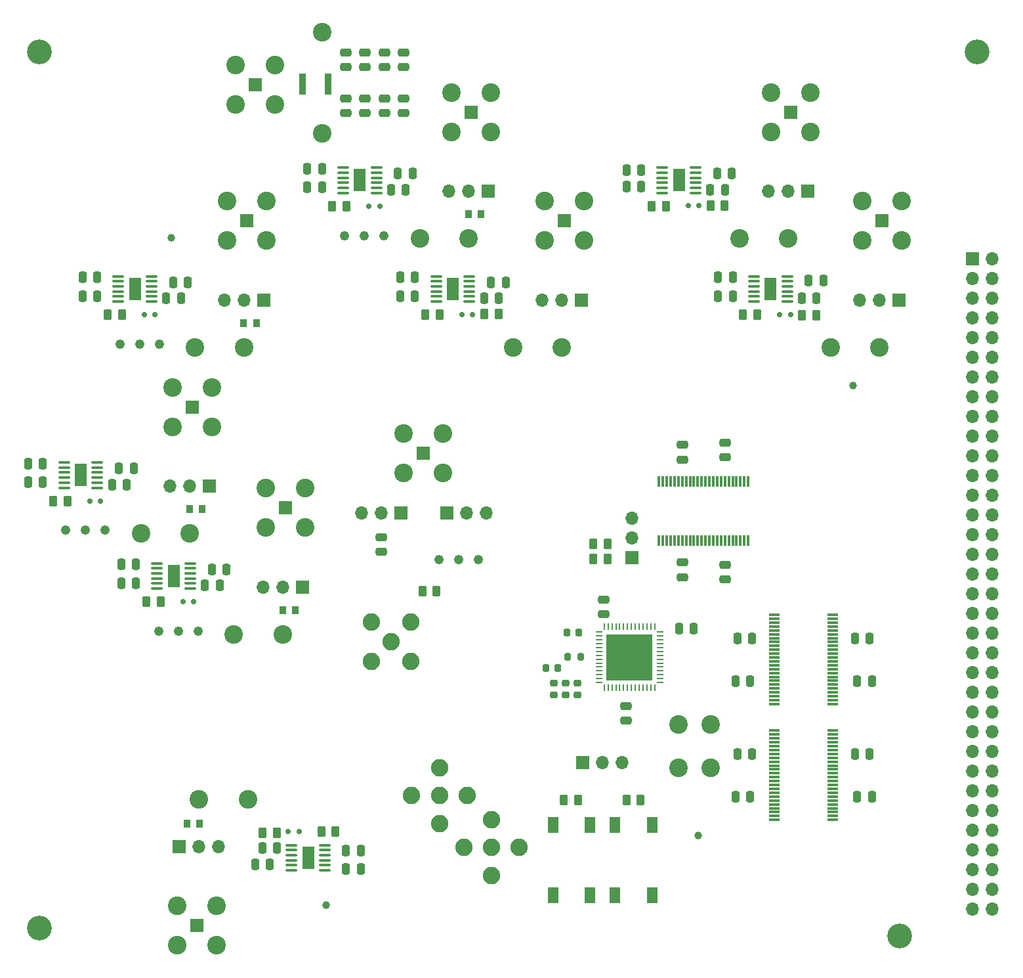
<source format=gbr>
%TF.GenerationSoftware,KiCad,Pcbnew,7.0.1-0*%
%TF.CreationDate,2023-04-17T18:56:11+01:00*%
%TF.ProjectId,cyborg65r2_pcb,6379626f-7267-4363-9572-325f7063622e,rev?*%
%TF.SameCoordinates,Original*%
%TF.FileFunction,Soldermask,Top*%
%TF.FilePolarity,Negative*%
%FSLAX46Y46*%
G04 Gerber Fmt 4.6, Leading zero omitted, Abs format (unit mm)*
G04 Created by KiCad (PCBNEW 7.0.1-0) date 2023-04-17 18:56:11*
%MOMM*%
%LPD*%
G01*
G04 APERTURE LIST*
G04 Aperture macros list*
%AMRoundRect*
0 Rectangle with rounded corners*
0 $1 Rounding radius*
0 $2 $3 $4 $5 $6 $7 $8 $9 X,Y pos of 4 corners*
0 Add a 4 corners polygon primitive as box body*
4,1,4,$2,$3,$4,$5,$6,$7,$8,$9,$2,$3,0*
0 Add four circle primitives for the rounded corners*
1,1,$1+$1,$2,$3*
1,1,$1+$1,$4,$5*
1,1,$1+$1,$6,$7*
1,1,$1+$1,$8,$9*
0 Add four rect primitives between the rounded corners*
20,1,$1+$1,$2,$3,$4,$5,0*
20,1,$1+$1,$4,$5,$6,$7,0*
20,1,$1+$1,$6,$7,$8,$9,0*
20,1,$1+$1,$8,$9,$2,$3,0*%
G04 Aperture macros list end*
%ADD10R,1.785000X1.785000*%
%ADD11C,2.400000*%
%ADD12R,0.890000X1.020000*%
%ADD13RoundRect,0.250000X0.250000X0.475000X-0.250000X0.475000X-0.250000X-0.475000X0.250000X-0.475000X0*%
%ADD14RoundRect,0.250000X-0.250000X-0.475000X0.250000X-0.475000X0.250000X0.475000X-0.250000X0.475000X0*%
%ADD15RoundRect,0.250000X-0.475000X0.250000X-0.475000X-0.250000X0.475000X-0.250000X0.475000X0.250000X0*%
%ADD16RoundRect,0.100000X0.625000X0.100000X-0.625000X0.100000X-0.625000X-0.100000X0.625000X-0.100000X0*%
%ADD17R,1.650000X2.850000*%
%ADD18RoundRect,0.250000X-0.262500X-0.450000X0.262500X-0.450000X0.262500X0.450000X-0.262500X0.450000X0*%
%ADD19C,1.240000*%
%ADD20R,1.700000X1.700000*%
%ADD21O,1.700000X1.700000*%
%ADD22RoundRect,0.100000X-0.625000X-0.100000X0.625000X-0.100000X0.625000X0.100000X-0.625000X0.100000X0*%
%ADD23RoundRect,0.225000X0.225000X0.250000X-0.225000X0.250000X-0.225000X-0.250000X0.225000X-0.250000X0*%
%ADD24RoundRect,0.250000X0.262500X0.450000X-0.262500X0.450000X-0.262500X-0.450000X0.262500X-0.450000X0*%
%ADD25R,1.475000X0.300000*%
%ADD26C,3.200000*%
%ADD27RoundRect,0.225000X-0.250000X0.225000X-0.250000X-0.225000X0.250000X-0.225000X0.250000X0.225000X0*%
%ADD28RoundRect,0.250000X0.475000X-0.250000X0.475000X0.250000X-0.475000X0.250000X-0.475000X-0.250000X0*%
%ADD29C,2.250000*%
%ADD30RoundRect,0.150000X-0.150000X-0.200000X0.150000X-0.200000X0.150000X0.200000X-0.150000X0.200000X0*%
%ADD31C,1.000000*%
%ADD32RoundRect,0.062500X-0.375000X-0.062500X0.375000X-0.062500X0.375000X0.062500X-0.375000X0.062500X0*%
%ADD33RoundRect,0.062500X-0.062500X-0.375000X0.062500X-0.375000X0.062500X0.375000X-0.062500X0.375000X0*%
%ADD34R,5.900000X5.900000*%
%ADD35R,1.400000X2.100000*%
%ADD36R,0.880000X2.810000*%
%ADD37R,0.300000X1.475000*%
%ADD38RoundRect,0.150000X0.150000X0.200000X-0.150000X0.200000X-0.150000X-0.200000X0.150000X-0.200000X0*%
%ADD39RoundRect,0.200000X0.200000X0.275000X-0.200000X0.275000X-0.200000X-0.275000X0.200000X-0.275000X0*%
G04 APERTURE END LIST*
D10*
%TO.C,J19*%
X130700000Y-58800000D03*
D11*
X128160000Y-61340000D03*
X133240000Y-61340000D03*
X133240000Y-56260000D03*
X128160000Y-56260000D03*
%TD*%
D12*
%TO.C,L5*%
X160984000Y-57970000D03*
X159356000Y-57970000D03*
%TD*%
D10*
%TO.C,J26*%
X123700000Y-82800000D03*
D11*
X121160000Y-85340000D03*
X126240000Y-85340000D03*
X126240000Y-80260000D03*
X121160000Y-80260000D03*
%TD*%
D13*
%TO.C,C51*%
X195950000Y-127540000D03*
X194050000Y-127540000D03*
%TD*%
D11*
%TO.C,J42*%
X186480000Y-123680000D03*
%TD*%
D14*
%TO.C,C35*%
X126250000Y-103700000D03*
X128150000Y-103700000D03*
%TD*%
D15*
%TO.C,C7*%
X179640000Y-121320000D03*
X179640000Y-123220000D03*
%TD*%
D16*
%TO.C,U5*%
X140815000Y-142510000D03*
X140815000Y-141860000D03*
X140815000Y-141210000D03*
X140815000Y-140560000D03*
X140815000Y-139910000D03*
X140815000Y-139260000D03*
X136515000Y-139260000D03*
X136515000Y-139910000D03*
X136515000Y-140560000D03*
X136515000Y-141210000D03*
X136515000Y-141860000D03*
X136515000Y-142510000D03*
D17*
X138665000Y-140885000D03*
%TD*%
D18*
%TO.C,R10*%
X117787500Y-107900000D03*
X119612500Y-107900000D03*
%TD*%
D11*
%TO.C,J9*%
X171400000Y-75100000D03*
%TD*%
%TO.C,J21*%
X135400000Y-112100000D03*
%TD*%
D14*
%TO.C,C20*%
X162250000Y-66700000D03*
X164150000Y-66700000D03*
%TD*%
D19*
%TO.C,VR2*%
X119370000Y-111700000D03*
X121910000Y-111700000D03*
X124450000Y-111700000D03*
%TD*%
D18*
%TO.C,R4*%
X190587500Y-56800000D03*
X192412500Y-56800000D03*
%TD*%
D15*
%TO.C,C48*%
X151000000Y-43000000D03*
X151000000Y-44900000D03*
%TD*%
D20*
%TO.C,J38*%
X150625000Y-96500000D03*
D21*
X148085000Y-96500000D03*
X145545000Y-96500000D03*
%TD*%
D22*
%TO.C,U9*%
X143175000Y-51950000D03*
X143175000Y-52600000D03*
X143175000Y-53250000D03*
X143175000Y-53900000D03*
X143175000Y-54550000D03*
X143175000Y-55200000D03*
X147475000Y-55200000D03*
X147475000Y-54550000D03*
X147475000Y-53900000D03*
X147475000Y-53250000D03*
X147475000Y-52600000D03*
X147475000Y-51950000D03*
D17*
X145325000Y-53575000D03*
%TD*%
D23*
%TO.C,C4*%
X170885000Y-116460000D03*
X169335000Y-116460000D03*
%TD*%
D24*
%TO.C,R17*%
X173472500Y-133470000D03*
X171647500Y-133470000D03*
%TD*%
D13*
%TO.C,C24*%
X133740000Y-141760000D03*
X131840000Y-141760000D03*
%TD*%
D20*
%TO.C,J41*%
X180460000Y-102245000D03*
D21*
X180460000Y-99705000D03*
X180460000Y-97165000D03*
%TD*%
D25*
%TO.C,U12*%
X198799000Y-124520000D03*
X198799000Y-125020000D03*
X198799000Y-125520000D03*
X198799000Y-126020000D03*
X198799000Y-126520000D03*
X198799000Y-127020000D03*
X198799000Y-127520000D03*
X198799000Y-128020000D03*
X198799000Y-128520000D03*
X198799000Y-129020000D03*
X198799000Y-129520000D03*
X198799000Y-130020000D03*
X198799000Y-130520000D03*
X198799000Y-131020000D03*
X198799000Y-131520000D03*
X198799000Y-132020000D03*
X198799000Y-132520000D03*
X198799000Y-133020000D03*
X198799000Y-133520000D03*
X198799000Y-134020000D03*
X198799000Y-134520000D03*
X198799000Y-135020000D03*
X198799000Y-135520000D03*
X198799000Y-136020000D03*
X206375000Y-136020000D03*
X206375000Y-135520000D03*
X206375000Y-135020000D03*
X206375000Y-134520000D03*
X206375000Y-134020000D03*
X206375000Y-133520000D03*
X206375000Y-133020000D03*
X206375000Y-132520000D03*
X206375000Y-132020000D03*
X206375000Y-131520000D03*
X206375000Y-131020000D03*
X206375000Y-130520000D03*
X206375000Y-130020000D03*
X206375000Y-129520000D03*
X206375000Y-129020000D03*
X206375000Y-128520000D03*
X206375000Y-128020000D03*
X206375000Y-127520000D03*
X206375000Y-127020000D03*
X206375000Y-126520000D03*
X206375000Y-126020000D03*
X206375000Y-125520000D03*
X206375000Y-125020000D03*
X206375000Y-124520000D03*
%TD*%
D26*
%TO.C,H1*%
X104000000Y-37000000D03*
%TD*%
D27*
%TO.C,C3*%
X173380000Y-118390000D03*
X173380000Y-119940000D03*
%TD*%
D13*
%TO.C,C53*%
X195680000Y-118110000D03*
X193780000Y-118110000D03*
%TD*%
D11*
%TO.C,J1*%
X212400000Y-75100000D03*
%TD*%
D25*
%TO.C,U11*%
X198805000Y-109590000D03*
X198805000Y-110090000D03*
X198805000Y-110590000D03*
X198805000Y-111090000D03*
X198805000Y-111590000D03*
X198805000Y-112090000D03*
X198805000Y-112590000D03*
X198805000Y-113090000D03*
X198805000Y-113590000D03*
X198805000Y-114090000D03*
X198805000Y-114590000D03*
X198805000Y-115090000D03*
X198805000Y-115590000D03*
X198805000Y-116090000D03*
X198805000Y-116590000D03*
X198805000Y-117090000D03*
X198805000Y-117590000D03*
X198805000Y-118090000D03*
X198805000Y-118590000D03*
X198805000Y-119090000D03*
X198805000Y-119590000D03*
X198805000Y-120090000D03*
X198805000Y-120590000D03*
X198805000Y-121090000D03*
X206381000Y-121090000D03*
X206381000Y-120590000D03*
X206381000Y-120090000D03*
X206381000Y-119590000D03*
X206381000Y-119090000D03*
X206381000Y-118590000D03*
X206381000Y-118090000D03*
X206381000Y-117590000D03*
X206381000Y-117090000D03*
X206381000Y-116590000D03*
X206381000Y-116090000D03*
X206381000Y-115590000D03*
X206381000Y-115090000D03*
X206381000Y-114590000D03*
X206381000Y-114090000D03*
X206381000Y-113590000D03*
X206381000Y-113090000D03*
X206381000Y-112590000D03*
X206381000Y-112090000D03*
X206381000Y-111590000D03*
X206381000Y-111090000D03*
X206381000Y-110590000D03*
X206381000Y-110090000D03*
X206381000Y-109590000D03*
%TD*%
D14*
%TO.C,C21*%
X143540000Y-142360000D03*
X145440000Y-142360000D03*
%TD*%
D12*
%TO.C,L4*%
X124984000Y-95970000D03*
X123356000Y-95970000D03*
%TD*%
D13*
%TO.C,C29*%
X116450000Y-103100000D03*
X114550000Y-103100000D03*
%TD*%
D11*
%TO.C,J29*%
X159400000Y-61100000D03*
%TD*%
D20*
%TO.C,J36*%
X156575000Y-96500000D03*
D21*
X159115000Y-96500000D03*
X161655000Y-96500000D03*
%TD*%
D28*
%TO.C,C45*%
X148500000Y-39000000D03*
X148500000Y-37100000D03*
%TD*%
D15*
%TO.C,C42*%
X143500000Y-43000000D03*
X143500000Y-44900000D03*
%TD*%
D29*
%TO.C,J47*%
X149360000Y-113060000D03*
X151900000Y-115600000D03*
X151900000Y-110520000D03*
X146820000Y-110520000D03*
X146820000Y-115600000D03*
%TD*%
D10*
%TO.C,J15*%
X124290000Y-149660000D03*
D11*
X126830000Y-147120000D03*
X121750000Y-147120000D03*
X121750000Y-152200000D03*
X126830000Y-152200000D03*
%TD*%
D13*
%TO.C,C30*%
X104450000Y-90100000D03*
X102550000Y-90100000D03*
%TD*%
D30*
%TO.C,D1*%
X200900000Y-70900000D03*
X199500000Y-70900000D03*
%TD*%
D13*
%TO.C,C25*%
X111450000Y-66100000D03*
X109550000Y-66100000D03*
%TD*%
D11*
%TO.C,J17*%
X130400000Y-75100000D03*
%TD*%
D13*
%TO.C,C13*%
X181650000Y-52240000D03*
X179750000Y-52240000D03*
%TD*%
D22*
%TO.C,U3*%
X184370000Y-51950000D03*
X184370000Y-52600000D03*
X184370000Y-53250000D03*
X184370000Y-53900000D03*
X184370000Y-54550000D03*
X184370000Y-55200000D03*
X188670000Y-55200000D03*
X188670000Y-54550000D03*
X188670000Y-53900000D03*
X188670000Y-53250000D03*
X188670000Y-52600000D03*
X188670000Y-51950000D03*
D17*
X186520000Y-53575000D03*
%TD*%
D14*
%TO.C,C8*%
X186520000Y-111340000D03*
X188420000Y-111340000D03*
%TD*%
D18*
%TO.C,R5*%
X153787500Y-70900000D03*
X155612500Y-70900000D03*
%TD*%
D11*
%TO.C,J2*%
X206100000Y-75100000D03*
%TD*%
%TO.C,J23*%
X123400000Y-99100000D03*
%TD*%
D31*
%TO.C,FID1*%
X121000000Y-61000000D03*
%TD*%
D32*
%TO.C,U1*%
X176182500Y-111810000D03*
X176182500Y-112310000D03*
X176182500Y-112810000D03*
X176182500Y-113310000D03*
X176182500Y-113810000D03*
X176182500Y-114310000D03*
X176182500Y-114810000D03*
X176182500Y-115310000D03*
X176182500Y-115810000D03*
X176182500Y-116310000D03*
X176182500Y-116810000D03*
X176182500Y-117310000D03*
X176182500Y-117810000D03*
X176182500Y-118310000D03*
D33*
X176870000Y-118997500D03*
X177370000Y-118997500D03*
X177870000Y-118997500D03*
X178370000Y-118997500D03*
X178870000Y-118997500D03*
X179370000Y-118997500D03*
X179870000Y-118997500D03*
X180370000Y-118997500D03*
X180870000Y-118997500D03*
X181370000Y-118997500D03*
X181870000Y-118997500D03*
X182370000Y-118997500D03*
X182870000Y-118997500D03*
X183370000Y-118997500D03*
D32*
X184057500Y-118310000D03*
X184057500Y-117810000D03*
X184057500Y-117310000D03*
X184057500Y-116810000D03*
X184057500Y-116310000D03*
X184057500Y-115810000D03*
X184057500Y-115310000D03*
X184057500Y-114810000D03*
X184057500Y-114310000D03*
X184057500Y-113810000D03*
X184057500Y-113310000D03*
X184057500Y-112810000D03*
X184057500Y-112310000D03*
X184057500Y-111810000D03*
D33*
X183370000Y-111122500D03*
X182870000Y-111122500D03*
X182370000Y-111122500D03*
X181870000Y-111122500D03*
X181370000Y-111122500D03*
X180870000Y-111122500D03*
X180370000Y-111122500D03*
X179870000Y-111122500D03*
X179370000Y-111122500D03*
X178870000Y-111122500D03*
X178370000Y-111122500D03*
X177870000Y-111122500D03*
X177370000Y-111122500D03*
X176870000Y-111122500D03*
D34*
X180120000Y-115060000D03*
%TD*%
D30*
%TO.C,D3*%
X159900000Y-70900000D03*
X158500000Y-70900000D03*
%TD*%
D23*
%TO.C,C1*%
X173620000Y-111850000D03*
X172070000Y-111850000D03*
%TD*%
D22*
%TO.C,U8*%
X107175000Y-89950000D03*
X107175000Y-90600000D03*
X107175000Y-91250000D03*
X107175000Y-91900000D03*
X107175000Y-92550000D03*
X107175000Y-93200000D03*
X111475000Y-93200000D03*
X111475000Y-92550000D03*
X111475000Y-91900000D03*
X111475000Y-91250000D03*
X111475000Y-90600000D03*
X111475000Y-89950000D03*
D17*
X109325000Y-91575000D03*
%TD*%
D11*
%TO.C,J18*%
X124090000Y-75100000D03*
%TD*%
D20*
%TO.C,J20*%
X132930000Y-69000000D03*
D21*
X130390000Y-69000000D03*
X127850000Y-69000000D03*
%TD*%
D14*
%TO.C,C27*%
X120350000Y-68800000D03*
X122250000Y-68800000D03*
%TD*%
D18*
%TO.C,R18*%
X179747500Y-133470000D03*
X181572500Y-133470000D03*
%TD*%
D11*
%TO.C,J13*%
X124590000Y-133360000D03*
%TD*%
D24*
%TO.C,R7*%
X142202500Y-137560000D03*
X140377500Y-137560000D03*
%TD*%
D18*
%TO.C,R15*%
X175460000Y-102375000D03*
X177285000Y-102375000D03*
%TD*%
D15*
%TO.C,C52*%
X186960000Y-102840000D03*
X186960000Y-104740000D03*
%TD*%
D31*
%TO.C,FID2*%
X209000000Y-80000000D03*
%TD*%
D10*
%TO.C,J37*%
X153520000Y-88770000D03*
D11*
X150980000Y-91310000D03*
X156060000Y-91310000D03*
X156060000Y-86230000D03*
X150980000Y-86230000D03*
%TD*%
D35*
%TO.C,S2*%
X183060000Y-136670000D03*
X183060000Y-145770000D03*
X178260000Y-136670000D03*
X178260000Y-145770000D03*
%TD*%
D20*
%TO.C,J48*%
X174070000Y-128670000D03*
D21*
X176610000Y-128670000D03*
X179150000Y-128670000D03*
%TD*%
D15*
%TO.C,C41*%
X146000000Y-43000000D03*
X146000000Y-44900000D03*
%TD*%
D18*
%TO.C,R12*%
X141787500Y-56900000D03*
X143612500Y-56900000D03*
%TD*%
D22*
%TO.C,U4*%
X155175000Y-65950000D03*
X155175000Y-66600000D03*
X155175000Y-67250000D03*
X155175000Y-67900000D03*
X155175000Y-68550000D03*
X155175000Y-69200000D03*
X159475000Y-69200000D03*
X159475000Y-68550000D03*
X159475000Y-67900000D03*
X159475000Y-67250000D03*
X159475000Y-66600000D03*
X159475000Y-65950000D03*
D17*
X157325000Y-67575000D03*
%TD*%
D11*
%TO.C,J14*%
X130900000Y-133360000D03*
%TD*%
D13*
%TO.C,C31*%
X116450000Y-105500000D03*
X114550000Y-105500000D03*
%TD*%
D11*
%TO.C,J24*%
X117080000Y-99100000D03*
%TD*%
D13*
%TO.C,C38*%
X140450000Y-52100000D03*
X138550000Y-52100000D03*
%TD*%
D26*
%TO.C,H2*%
X225000000Y-37000000D03*
%TD*%
D31*
%TO.C,FID3*%
X141000000Y-147000000D03*
%TD*%
D36*
%TO.C,F1*%
X137945000Y-41140000D03*
X141215000Y-41140000D03*
%TD*%
D12*
%TO.C,L2*%
X131984000Y-71970000D03*
X130356000Y-71970000D03*
%TD*%
D14*
%TO.C,C59*%
X209500000Y-118110000D03*
X211400000Y-118110000D03*
%TD*%
D13*
%TO.C,C26*%
X111450000Y-68500000D03*
X109550000Y-68500000D03*
%TD*%
D10*
%TO.C,J11*%
X171700000Y-58800000D03*
D11*
X169160000Y-61340000D03*
X174240000Y-61340000D03*
X174240000Y-56260000D03*
X169160000Y-56260000D03*
%TD*%
D28*
%TO.C,C58*%
X186960000Y-89570000D03*
X186960000Y-87670000D03*
%TD*%
D20*
%TO.C,J16*%
X122060000Y-139460000D03*
D21*
X124600000Y-139460000D03*
X127140000Y-139460000D03*
%TD*%
D29*
%TO.C,J40*%
X162320000Y-139572102D03*
X165912102Y-139572102D03*
X162320000Y-135980000D03*
X158727898Y-139572102D03*
X162320000Y-143164204D03*
%TD*%
D20*
%TO.C,J27*%
X137930000Y-106000000D03*
D21*
X135390000Y-106000000D03*
X132850000Y-106000000D03*
%TD*%
D22*
%TO.C,U6*%
X114175000Y-65950000D03*
X114175000Y-66600000D03*
X114175000Y-67250000D03*
X114175000Y-67900000D03*
X114175000Y-68550000D03*
X114175000Y-69200000D03*
X118475000Y-69200000D03*
X118475000Y-68550000D03*
X118475000Y-67900000D03*
X118475000Y-67250000D03*
X118475000Y-66600000D03*
X118475000Y-65950000D03*
D17*
X116325000Y-67575000D03*
%TD*%
D11*
%TO.C,J43*%
X190630000Y-123690000D03*
%TD*%
D30*
%TO.C,D2*%
X189100000Y-56800000D03*
X187700000Y-56800000D03*
%TD*%
D10*
%TO.C,J7*%
X200900000Y-44800000D03*
D11*
X198360000Y-47340000D03*
X203440000Y-47340000D03*
X203440000Y-42260000D03*
X198360000Y-42260000D03*
%TD*%
D22*
%TO.C,U7*%
X119175000Y-102950000D03*
X119175000Y-103600000D03*
X119175000Y-104250000D03*
X119175000Y-104900000D03*
X119175000Y-105550000D03*
X119175000Y-106200000D03*
X123475000Y-106200000D03*
X123475000Y-105550000D03*
X123475000Y-104900000D03*
X123475000Y-104250000D03*
X123475000Y-103600000D03*
X123475000Y-102950000D03*
D17*
X121325000Y-104575000D03*
%TD*%
D18*
%TO.C,R9*%
X112787500Y-70900000D03*
X114612500Y-70900000D03*
%TD*%
D27*
%TO.C,C5*%
X171870000Y-118390000D03*
X171870000Y-119940000D03*
%TD*%
D19*
%TO.C,VR1*%
X114370000Y-74700000D03*
X116910000Y-74700000D03*
X119450000Y-74700000D03*
%TD*%
D14*
%TO.C,C39*%
X149350000Y-54800000D03*
X151250000Y-54800000D03*
%TD*%
D22*
%TO.C,U2*%
X196175000Y-65950000D03*
X196175000Y-66600000D03*
X196175000Y-67250000D03*
X196175000Y-67900000D03*
X196175000Y-68550000D03*
X196175000Y-69200000D03*
X200475000Y-69200000D03*
X200475000Y-68550000D03*
X200475000Y-67900000D03*
X200475000Y-67250000D03*
X200475000Y-66600000D03*
X200475000Y-65950000D03*
D17*
X198325000Y-67575000D03*
%TD*%
D15*
%TO.C,C49*%
X148100000Y-99550000D03*
X148100000Y-101450000D03*
%TD*%
D13*
%TO.C,C10*%
X193450000Y-68500000D03*
X191550000Y-68500000D03*
%TD*%
D37*
%TO.C,U10*%
X183940000Y-99985000D03*
X184440000Y-99985000D03*
X184940000Y-99985000D03*
X185440000Y-99985000D03*
X185940000Y-99985000D03*
X186440000Y-99985000D03*
X186940000Y-99985000D03*
X187440000Y-99985000D03*
X187940000Y-99985000D03*
X188440000Y-99985000D03*
X188940000Y-99985000D03*
X189440000Y-99985000D03*
X189940000Y-99985000D03*
X190440000Y-99985000D03*
X190940000Y-99985000D03*
X191440000Y-99985000D03*
X191940000Y-99985000D03*
X192440000Y-99985000D03*
X192940000Y-99985000D03*
X193440000Y-99985000D03*
X193940000Y-99985000D03*
X194440000Y-99985000D03*
X194940000Y-99985000D03*
X195440000Y-99985000D03*
X195440000Y-92409000D03*
X194940000Y-92409000D03*
X194440000Y-92409000D03*
X193940000Y-92409000D03*
X193440000Y-92409000D03*
X192940000Y-92409000D03*
X192440000Y-92409000D03*
X191940000Y-92409000D03*
X191440000Y-92409000D03*
X190940000Y-92409000D03*
X190440000Y-92409000D03*
X189940000Y-92409000D03*
X189440000Y-92409000D03*
X188940000Y-92409000D03*
X188440000Y-92409000D03*
X187940000Y-92409000D03*
X187440000Y-92409000D03*
X186940000Y-92409000D03*
X186440000Y-92409000D03*
X185940000Y-92409000D03*
X185440000Y-92409000D03*
X184940000Y-92409000D03*
X184440000Y-92409000D03*
X183940000Y-92409000D03*
%TD*%
D12*
%TO.C,L3*%
X136984000Y-108970000D03*
X135356000Y-108970000D03*
%TD*%
D11*
%TO.C,J34*%
X140500000Y-34500000D03*
%TD*%
D14*
%TO.C,C12*%
X203250000Y-66500000D03*
X205150000Y-66500000D03*
%TD*%
D20*
%TO.C,J4*%
X214940000Y-69000000D03*
D21*
X212400000Y-69000000D03*
X209860000Y-69000000D03*
%TD*%
D11*
%TO.C,J5*%
X200610000Y-61100000D03*
%TD*%
D28*
%TO.C,C43*%
X143500000Y-39000000D03*
X143500000Y-37100000D03*
%TD*%
D14*
%TO.C,C28*%
X121250000Y-66700000D03*
X123150000Y-66700000D03*
%TD*%
D18*
%TO.C,R3*%
X182987500Y-56900000D03*
X184812500Y-56900000D03*
%TD*%
D11*
%TO.C,J44*%
X186490000Y-129330000D03*
%TD*%
D18*
%TO.C,R2*%
X202387500Y-71000000D03*
X204212500Y-71000000D03*
%TD*%
D14*
%TO.C,C56*%
X209220000Y-112610000D03*
X211120000Y-112610000D03*
%TD*%
D13*
%TO.C,C54*%
X195680000Y-133040000D03*
X193780000Y-133040000D03*
%TD*%
D30*
%TO.C,D5*%
X118900000Y-70900000D03*
X117500000Y-70900000D03*
%TD*%
D20*
%TO.C,J28*%
X125930000Y-93000000D03*
D21*
X123390000Y-93000000D03*
X120850000Y-93000000D03*
%TD*%
D20*
%TO.C,J8*%
X203140000Y-55000000D03*
D21*
X200600000Y-55000000D03*
X198060000Y-55000000D03*
%TD*%
D18*
%TO.C,R6*%
X161387500Y-70800000D03*
X163212500Y-70800000D03*
%TD*%
D11*
%TO.C,J6*%
X194300000Y-61100000D03*
%TD*%
D19*
%TO.C,VR4*%
X143370000Y-60700000D03*
X145910000Y-60700000D03*
X148450000Y-60700000D03*
%TD*%
D13*
%TO.C,C14*%
X181650000Y-54410000D03*
X179750000Y-54410000D03*
%TD*%
D20*
%TO.C,J46*%
X224370000Y-63670000D03*
D21*
X226910000Y-63670000D03*
X224370000Y-66210000D03*
X226910000Y-66210000D03*
X224370000Y-68750000D03*
X226910000Y-68750000D03*
X224370000Y-71290000D03*
X226910000Y-71290000D03*
X224370000Y-73830000D03*
X226910000Y-73830000D03*
X224370000Y-76370000D03*
X226910000Y-76370000D03*
X224370000Y-78910000D03*
X226910000Y-78910000D03*
X224370000Y-81450000D03*
X226910000Y-81450000D03*
X224370000Y-83990000D03*
X226910000Y-83990000D03*
X224370000Y-86530000D03*
X226910000Y-86530000D03*
X224370000Y-89070000D03*
X226910000Y-89070000D03*
X224370000Y-91610000D03*
X226910000Y-91610000D03*
X224370000Y-94150000D03*
X226910000Y-94150000D03*
X224370000Y-96690000D03*
X226910000Y-96690000D03*
X224370000Y-99230000D03*
X226910000Y-99230000D03*
X224370000Y-101770000D03*
X226910000Y-101770000D03*
X224370000Y-104310000D03*
X226910000Y-104310000D03*
X224370000Y-106850000D03*
X226910000Y-106850000D03*
X224370000Y-109390000D03*
X226910000Y-109390000D03*
X224370000Y-111930000D03*
X226910000Y-111930000D03*
X224370000Y-114470000D03*
X226910000Y-114470000D03*
X224370000Y-117010000D03*
X226910000Y-117010000D03*
X224370000Y-119550000D03*
X226910000Y-119550000D03*
X224370000Y-122090000D03*
X226910000Y-122090000D03*
X224370000Y-124630000D03*
X226910000Y-124630000D03*
X224370000Y-127170000D03*
X226910000Y-127170000D03*
X224370000Y-129710000D03*
X226910000Y-129710000D03*
X224370000Y-132250000D03*
X226910000Y-132250000D03*
X224370000Y-134790000D03*
X226910000Y-134790000D03*
X224370000Y-137330000D03*
X226910000Y-137330000D03*
X224370000Y-139870000D03*
X226910000Y-139870000D03*
X224370000Y-142410000D03*
X226910000Y-142410000D03*
X224370000Y-144950000D03*
X226910000Y-144950000D03*
X224370000Y-147490000D03*
X226910000Y-147490000D03*
%TD*%
D12*
%TO.C,L1*%
X123006000Y-136490000D03*
X124634000Y-136490000D03*
%TD*%
D24*
%TO.C,R8*%
X134602500Y-137660000D03*
X132777500Y-137660000D03*
%TD*%
D18*
%TO.C,R1*%
X194787500Y-70900000D03*
X196612500Y-70900000D03*
%TD*%
D13*
%TO.C,C32*%
X104450000Y-92500000D03*
X102550000Y-92500000D03*
%TD*%
D31*
%TO.C,FID4*%
X189000000Y-138000000D03*
%TD*%
D13*
%TO.C,C50*%
X195950000Y-112610000D03*
X194050000Y-112610000D03*
%TD*%
%TO.C,C18*%
X152450000Y-68500000D03*
X150550000Y-68500000D03*
%TD*%
D14*
%TO.C,C60*%
X209490000Y-133040000D03*
X211390000Y-133040000D03*
%TD*%
D11*
%TO.C,J35*%
X140500000Y-47500000D03*
%TD*%
D24*
%TO.C,R13*%
X155225000Y-106500000D03*
X153400000Y-106500000D03*
%TD*%
D27*
%TO.C,C2*%
X170370000Y-118385000D03*
X170370000Y-119935000D03*
%TD*%
D14*
%TO.C,C33*%
X125350000Y-105800000D03*
X127250000Y-105800000D03*
%TD*%
D18*
%TO.C,R11*%
X105787500Y-94900000D03*
X107612500Y-94900000D03*
%TD*%
D28*
%TO.C,C6*%
X176810000Y-109530000D03*
X176810000Y-107630000D03*
%TD*%
D18*
%TO.C,R14*%
X175457500Y-100435000D03*
X177282500Y-100435000D03*
%TD*%
D14*
%TO.C,C22*%
X143540000Y-139960000D03*
X145440000Y-139960000D03*
%TD*%
%TO.C,C15*%
X190550000Y-54800000D03*
X192450000Y-54800000D03*
%TD*%
%TO.C,C36*%
X114250000Y-90700000D03*
X116150000Y-90700000D03*
%TD*%
D11*
%TO.C,J22*%
X129080000Y-112100000D03*
%TD*%
D13*
%TO.C,C23*%
X134640000Y-139660000D03*
X132740000Y-139660000D03*
%TD*%
D14*
%TO.C,C11*%
X202350000Y-68800000D03*
X204250000Y-68800000D03*
%TD*%
D10*
%TO.C,J3*%
X212700000Y-58800000D03*
D11*
X210160000Y-61340000D03*
X215240000Y-61340000D03*
X215240000Y-56260000D03*
X210160000Y-56260000D03*
%TD*%
D29*
%TO.C,J39*%
X155612102Y-132872102D03*
X159204204Y-132872102D03*
X155612102Y-129280000D03*
X152020000Y-132872102D03*
X155612102Y-136464204D03*
%TD*%
D38*
%TO.C,D4*%
X136090000Y-137560000D03*
X137490000Y-137560000D03*
%TD*%
D10*
%TO.C,J25*%
X135700000Y-95800000D03*
D11*
X133160000Y-98340000D03*
X138240000Y-98340000D03*
X138240000Y-93260000D03*
X133160000Y-93260000D03*
%TD*%
%TO.C,J10*%
X165100000Y-75100000D03*
%TD*%
D14*
%TO.C,C34*%
X113350000Y-92800000D03*
X115250000Y-92800000D03*
%TD*%
D13*
%TO.C,C17*%
X152450000Y-66100000D03*
X150550000Y-66100000D03*
%TD*%
D26*
%TO.C,H3*%
X104000000Y-150000000D03*
%TD*%
D15*
%TO.C,C55*%
X192460000Y-103110000D03*
X192460000Y-105010000D03*
%TD*%
D28*
%TO.C,C46*%
X151000000Y-39000000D03*
X151000000Y-37100000D03*
%TD*%
D13*
%TO.C,C37*%
X140450000Y-54500000D03*
X138550000Y-54500000D03*
%TD*%
D28*
%TO.C,C44*%
X146000000Y-39000000D03*
X146000000Y-37100000D03*
%TD*%
D15*
%TO.C,C47*%
X148500000Y-43000000D03*
X148500000Y-44900000D03*
%TD*%
D19*
%TO.C,VR3*%
X107370000Y-98700000D03*
X109910000Y-98700000D03*
X112450000Y-98700000D03*
%TD*%
D14*
%TO.C,C40*%
X150250000Y-52700000D03*
X152150000Y-52700000D03*
%TD*%
D20*
%TO.C,J12*%
X173935000Y-69000000D03*
D21*
X171395000Y-69000000D03*
X168855000Y-69000000D03*
%TD*%
D10*
%TO.C,J31*%
X159700000Y-44800000D03*
D11*
X157160000Y-47340000D03*
X162240000Y-47340000D03*
X162240000Y-42260000D03*
X157160000Y-42260000D03*
%TD*%
D26*
%TO.C,H4*%
X215000000Y-151000000D03*
%TD*%
D30*
%TO.C,D8*%
X147900000Y-56900000D03*
X146500000Y-56900000D03*
%TD*%
D14*
%TO.C,C57*%
X209220000Y-127540000D03*
X211120000Y-127540000D03*
%TD*%
D39*
%TO.C,R16*%
X173795000Y-114960000D03*
X172145000Y-114960000D03*
%TD*%
D14*
%TO.C,C19*%
X161350000Y-68800000D03*
X163250000Y-68800000D03*
%TD*%
D35*
%TO.C,S1*%
X170260000Y-145770000D03*
X170260000Y-136670000D03*
X175060000Y-145770000D03*
X175060000Y-136670000D03*
%TD*%
D19*
%TO.C,VR5*%
X155560000Y-102500000D03*
X158100000Y-102500000D03*
X160640000Y-102500000D03*
%TD*%
D14*
%TO.C,C16*%
X191450000Y-52700000D03*
X193350000Y-52700000D03*
%TD*%
D30*
%TO.C,D6*%
X123900000Y-107900000D03*
X122500000Y-107900000D03*
%TD*%
D10*
%TO.C,J33*%
X131820000Y-41250000D03*
D11*
X134360000Y-43790000D03*
X134360000Y-38710000D03*
X129280000Y-38710000D03*
X129280000Y-43790000D03*
%TD*%
D30*
%TO.C,D7*%
X111900000Y-94900000D03*
X110500000Y-94900000D03*
%TD*%
D13*
%TO.C,C9*%
X193450000Y-66100000D03*
X191550000Y-66100000D03*
%TD*%
D28*
%TO.C,C61*%
X192460000Y-89295000D03*
X192460000Y-87395000D03*
%TD*%
D20*
%TO.C,J32*%
X161930000Y-55000000D03*
D21*
X159390000Y-55000000D03*
X156850000Y-55000000D03*
%TD*%
D11*
%TO.C,J30*%
X153080000Y-61100000D03*
%TD*%
%TO.C,J45*%
X190630000Y-129330000D03*
%TD*%
M02*

</source>
